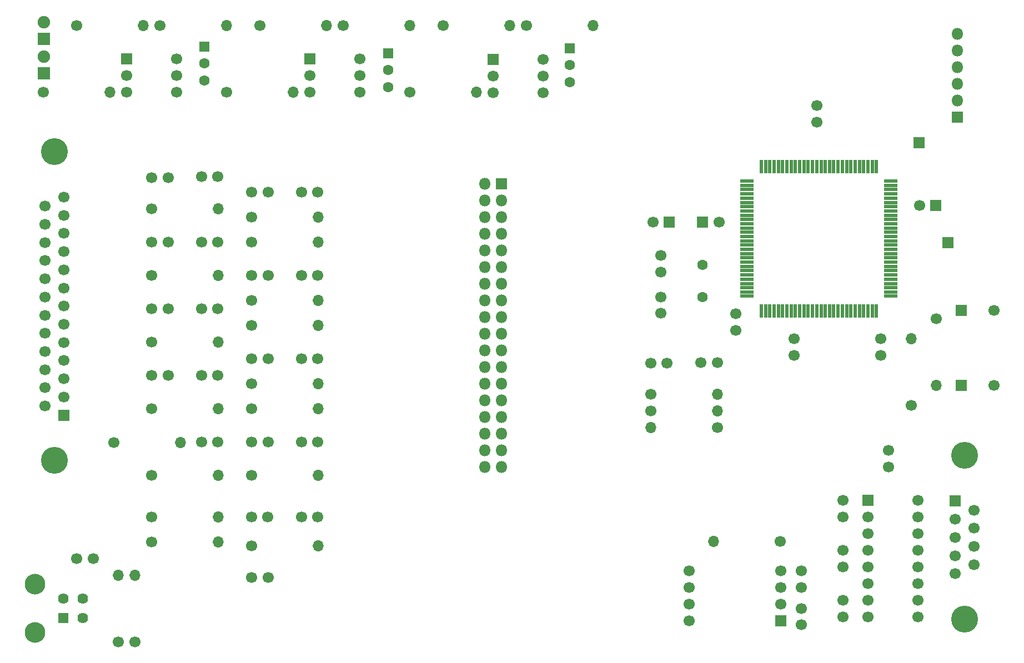
<source format=gbr>
%TF.GenerationSoftware,KiCad,Pcbnew,(5.1.6)-1*%
%TF.CreationDate,2021-08-21T14:57:10-07:00*%
%TF.ProjectId,BPEM488CW,4250454d-3438-4384-9357-2e6b69636164,rev?*%
%TF.SameCoordinates,Original*%
%TF.FileFunction,Soldermask,Top*%
%TF.FilePolarity,Negative*%
%FSLAX46Y46*%
G04 Gerber Fmt 4.6, Leading zero omitted, Abs format (unit mm)*
G04 Created by KiCad (PCBNEW (5.1.6)-1) date 2021-08-21 14:57:10*
%MOMM*%
%LPD*%
G01*
G04 APERTURE LIST*
%ADD10O,1.700000X1.700000*%
%ADD11C,1.700000*%
%ADD12C,1.900000*%
%ADD13R,1.900000X1.900000*%
%ADD14R,1.700000X1.700000*%
%ADD15O,1.800000X1.800000*%
%ADD16R,1.800000X1.800000*%
%ADD17R,2.132000X0.481000*%
%ADD18R,0.481000X2.132000*%
%ADD19R,1.600000X1.600000*%
%ADD20C,1.600000*%
%ADD21C,4.100000*%
%ADD22R,1.624000X1.624000*%
%ADD23C,1.624000*%
%ADD24C,3.148000*%
G04 APERTURE END LIST*
D10*
%TO.C,R229*%
X88239600Y-118211600D03*
D11*
X78079600Y-118211600D03*
%TD*%
D12*
%TO.C,D2*%
X67462400Y-54102000D03*
D13*
X67462400Y-56642000D03*
%TD*%
D12*
%TO.C,D1*%
X67411600Y-59385200D03*
D13*
X67411600Y-61925200D03*
%TD*%
D11*
%TO.C,U201*%
X165836600Y-145389600D03*
X165836600Y-142849600D03*
X165836600Y-140309600D03*
X165836600Y-137769600D03*
X179806600Y-137769600D03*
X179806600Y-140309600D03*
X179806600Y-142849600D03*
D14*
X179806600Y-145389600D03*
%TD*%
D15*
%TO.C,U2*%
X206705200Y-55905400D03*
X206705200Y-58445400D03*
X206705200Y-60985400D03*
X206705200Y-63525400D03*
X206705200Y-66065400D03*
D16*
X206705200Y-68605400D03*
%TD*%
%TO.C,TP2*%
X205232000Y-87782400D03*
%TD*%
%TO.C,TP1*%
X200837800Y-72517000D03*
%TD*%
D17*
%TO.C,U1*%
X196583300Y-78371700D03*
X196583300Y-79019400D03*
X196583300Y-79667100D03*
X196583300Y-80314800D03*
X196583300Y-80962500D03*
X196583300Y-81622900D03*
X196583300Y-82270600D03*
X196583300Y-82918300D03*
X196583300Y-83566000D03*
X196583300Y-84213700D03*
X196583300Y-84874100D03*
X196583300Y-85521800D03*
X196583300Y-86169500D03*
X196583300Y-86817200D03*
X196583300Y-87477600D03*
X196583300Y-88125300D03*
X196583300Y-88773000D03*
X196583300Y-89420700D03*
X196583300Y-90081100D03*
X196583300Y-90728800D03*
X196583300Y-91376500D03*
X196583300Y-92024200D03*
X196583300Y-92671900D03*
X196583300Y-93332300D03*
X196583300Y-93980000D03*
X196583300Y-94627700D03*
X196583300Y-95275400D03*
X196583300Y-95923100D03*
D18*
X194373500Y-98132900D03*
X193725800Y-98132900D03*
X193078100Y-98132900D03*
X192430400Y-98132900D03*
X191782700Y-98132900D03*
X191122300Y-98132900D03*
X190474600Y-98132900D03*
X189826900Y-98132900D03*
X189179200Y-98132900D03*
X188531500Y-98132900D03*
X187871100Y-98132900D03*
X187223400Y-98132900D03*
X186575700Y-98132900D03*
X185928000Y-98132900D03*
X185267600Y-98132900D03*
X184619900Y-98132900D03*
X183972200Y-98132900D03*
X183324500Y-98132900D03*
X182664100Y-98132900D03*
X182016400Y-98132900D03*
X181368700Y-98132900D03*
X180721000Y-98132900D03*
X180073300Y-98132900D03*
X179412900Y-98132900D03*
X178765200Y-98132900D03*
X178117500Y-98132900D03*
X177469800Y-98132900D03*
X176822100Y-98132900D03*
D17*
X174612300Y-95923100D03*
X174612300Y-95275400D03*
X174612300Y-94627700D03*
X174612300Y-93980000D03*
X174612300Y-93332300D03*
X174612300Y-92671900D03*
X174612300Y-92024200D03*
X174612300Y-91376500D03*
X174612300Y-90728800D03*
X174612300Y-90081100D03*
X174612300Y-89420700D03*
X174612300Y-88773000D03*
X174612300Y-88125300D03*
X174612300Y-87477600D03*
X174612300Y-86817200D03*
X174612300Y-86169500D03*
X174612300Y-85521800D03*
X174612300Y-84874100D03*
X174612300Y-84213700D03*
X174612300Y-83566000D03*
X174612300Y-82918300D03*
X174612300Y-82270600D03*
X174612300Y-81622900D03*
X174612300Y-80962500D03*
X174612300Y-80314800D03*
X174612300Y-79667100D03*
X174612300Y-79019400D03*
X174612300Y-78371700D03*
D18*
X176822100Y-76161900D03*
X177469800Y-76161900D03*
X178117500Y-76161900D03*
X178765200Y-76161900D03*
X179412900Y-76161900D03*
X180073300Y-76161900D03*
X180721000Y-76161900D03*
X181368700Y-76161900D03*
X182016400Y-76161900D03*
X182664100Y-76161900D03*
X183324500Y-76161900D03*
X183972200Y-76161900D03*
X184619900Y-76161900D03*
X185267600Y-76161900D03*
X185928000Y-76161900D03*
X186575700Y-76161900D03*
X187223400Y-76161900D03*
X187871100Y-76161900D03*
X188531500Y-76161900D03*
X189179200Y-76161900D03*
X189826900Y-76161900D03*
X190474600Y-76161900D03*
X191122300Y-76161900D03*
X191782700Y-76161900D03*
X192430400Y-76161900D03*
X193078100Y-76161900D03*
X193725800Y-76161900D03*
X194373500Y-76161900D03*
%TD*%
D19*
%TO.C,Q203*%
X91871800Y-57835800D03*
D20*
X91871800Y-63035800D03*
X91871800Y-60435800D03*
%TD*%
D19*
%TO.C,Q202*%
X119888000Y-58851800D03*
D20*
X119888000Y-64051800D03*
X119888000Y-61451800D03*
%TD*%
D19*
%TO.C,Q201*%
X147574000Y-58089800D03*
D20*
X147574000Y-63289800D03*
X147574000Y-60689800D03*
%TD*%
D11*
%TO.C,R226*%
X95250000Y-64770000D03*
D10*
X105410000Y-64770000D03*
%TD*%
D21*
%TO.C,J202*%
X69065000Y-120976000D03*
X69065000Y-73876000D03*
D11*
X67645000Y-82191000D03*
X67645000Y-84961000D03*
X67645000Y-87731000D03*
X67645000Y-90501000D03*
X67645000Y-93271000D03*
X67645000Y-96041000D03*
X67645000Y-98811000D03*
X67645000Y-101581000D03*
X67645000Y-104351000D03*
X67645000Y-107121000D03*
X67645000Y-109891000D03*
X67645000Y-112661000D03*
X70485000Y-80806000D03*
X70485000Y-83576000D03*
X70485000Y-86346000D03*
X70485000Y-89116000D03*
X70485000Y-91886000D03*
X70485000Y-94656000D03*
X70485000Y-97426000D03*
X70485000Y-100196000D03*
X70485000Y-102966000D03*
X70485000Y-105736000D03*
X70485000Y-108506000D03*
X70485000Y-111276000D03*
D14*
X70485000Y-114046000D03*
%TD*%
D21*
%TO.C,J201*%
X207795000Y-120200000D03*
X207795000Y-145200000D03*
D11*
X209215000Y-136855000D03*
X209215000Y-134085000D03*
X209215000Y-131315000D03*
X209215000Y-128545000D03*
X206375000Y-138240000D03*
X206375000Y-135470000D03*
X206375000Y-132700000D03*
X206375000Y-129930000D03*
D14*
X206375000Y-127160000D03*
%TD*%
D10*
%TO.C,R211*%
X109220000Y-133985000D03*
D11*
X99060000Y-133985000D03*
%TD*%
%TO.C,C232*%
X196215000Y-121920000D03*
X196215000Y-119420000D03*
%TD*%
%TO.C,C231*%
X189230000Y-134660000D03*
X189230000Y-137160000D03*
%TD*%
%TO.C,U205*%
X200660000Y-144780000D03*
X193040000Y-144780000D03*
X200660000Y-127000000D03*
X200660000Y-129540000D03*
X200660000Y-132080000D03*
X200660000Y-134620000D03*
X200660000Y-137160000D03*
X200660000Y-139700000D03*
X200660000Y-142240000D03*
X193040000Y-142240000D03*
X193040000Y-139700000D03*
X193040000Y-137160000D03*
X193040000Y-134620000D03*
X193040000Y-132080000D03*
X193040000Y-129540000D03*
D14*
X193040000Y-127000000D03*
%TD*%
D11*
%TO.C,C303*%
X185320000Y-69368000D03*
X185320000Y-66868000D03*
%TD*%
%TO.C,C307*%
X170355000Y-84613000D03*
D14*
X167855000Y-84613000D03*
%TD*%
D20*
%TO.C,Y301*%
X167855000Y-91163000D03*
X167855000Y-96043000D03*
%TD*%
D11*
%TO.C,U204*%
X87630000Y-59690000D03*
X87630000Y-62230000D03*
X87630000Y-64770000D03*
X80010000Y-64770000D03*
X80010000Y-62230000D03*
D14*
X80010000Y-59690000D03*
%TD*%
D11*
%TO.C,U203*%
X115570000Y-59690000D03*
X115570000Y-62230000D03*
X115570000Y-64770000D03*
X107950000Y-64770000D03*
X107950000Y-62230000D03*
D14*
X107950000Y-59690000D03*
%TD*%
D11*
%TO.C,U202*%
X143510000Y-59817000D03*
X143510000Y-62357000D03*
X143510000Y-64897000D03*
X135890000Y-64897000D03*
X135890000Y-62357000D03*
D14*
X135890000Y-59817000D03*
%TD*%
D10*
%TO.C,R304*%
X199715000Y-102393000D03*
D11*
X199715000Y-112553000D03*
%TD*%
D10*
%TO.C,R303*%
X203525000Y-109543000D03*
D11*
X203525000Y-99383000D03*
%TD*%
D10*
%TO.C,R302*%
X78740000Y-138430000D03*
D11*
X78740000Y-148590000D03*
%TD*%
D10*
%TO.C,R301*%
X81280000Y-138430000D03*
D11*
X81280000Y-148590000D03*
%TD*%
D10*
%TO.C,R225*%
X133350000Y-64770000D03*
D11*
X123190000Y-64770000D03*
%TD*%
D10*
%TO.C,R214*%
X160000000Y-115976000D03*
D11*
X170160000Y-115976000D03*
%TD*%
D10*
%TO.C,R204*%
X109220000Y-87630000D03*
D11*
X99060000Y-87630000D03*
%TD*%
D10*
%TO.C,R203*%
X170160000Y-110896000D03*
D11*
X160000000Y-110896000D03*
%TD*%
D10*
%TO.C,R202*%
X170160000Y-113436000D03*
D11*
X160000000Y-113436000D03*
%TD*%
D10*
%TO.C,R201*%
X169545000Y-133324600D03*
D11*
X179705000Y-133324600D03*
%TD*%
D15*
%TO.C,J302*%
X134620000Y-121920000D03*
X137160000Y-121920000D03*
X134620000Y-119380000D03*
X137160000Y-119380000D03*
X134620000Y-116840000D03*
X137160000Y-116840000D03*
X134620000Y-114300000D03*
X137160000Y-114300000D03*
X134620000Y-111760000D03*
X137160000Y-111760000D03*
X134620000Y-109220000D03*
X137160000Y-109220000D03*
X134620000Y-106680000D03*
X137160000Y-106680000D03*
X134620000Y-104140000D03*
X137160000Y-104140000D03*
X134620000Y-101600000D03*
X137160000Y-101600000D03*
X134620000Y-99060000D03*
X137160000Y-99060000D03*
X134620000Y-96520000D03*
X137160000Y-96520000D03*
X134620000Y-93980000D03*
X137160000Y-93980000D03*
X134620000Y-91440000D03*
X137160000Y-91440000D03*
X134620000Y-88900000D03*
X137160000Y-88900000D03*
X134620000Y-86360000D03*
X137160000Y-86360000D03*
X134620000Y-83820000D03*
X137160000Y-83820000D03*
X134620000Y-81280000D03*
X137160000Y-81280000D03*
X134620000Y-78740000D03*
D16*
X137160000Y-78740000D03*
%TD*%
D22*
%TO.C,J301*%
X70358000Y-145010000D03*
D23*
X70358000Y-142010000D03*
D24*
X66038000Y-147170000D03*
X66038000Y-139850000D03*
D23*
X73358000Y-145010000D03*
X73358000Y-142010000D03*
%TD*%
D11*
%TO.C,C312*%
X212335000Y-109543000D03*
D14*
X207335000Y-109543000D03*
%TD*%
D11*
%TO.C,C311*%
X212335000Y-98113000D03*
D14*
X207335000Y-98113000D03*
%TD*%
D11*
%TO.C,C310*%
X172935000Y-101118000D03*
X172935000Y-98618000D03*
%TD*%
%TO.C,C309*%
X160275000Y-84613000D03*
D14*
X162775000Y-84613000D03*
%TD*%
D11*
%TO.C,C308*%
X72430000Y-135890000D03*
X74930000Y-135890000D03*
%TD*%
%TO.C,C306*%
X200915000Y-82073000D03*
D14*
X203415000Y-82073000D03*
%TD*%
D11*
%TO.C,C305*%
X195005000Y-102433000D03*
X195005000Y-104933000D03*
%TD*%
%TO.C,C304*%
X181855000Y-102433000D03*
X181855000Y-104933000D03*
%TD*%
%TO.C,C302*%
X161505000Y-98543000D03*
X161505000Y-96043000D03*
%TD*%
%TO.C,C301*%
X161505000Y-89733000D03*
X161505000Y-92233000D03*
%TD*%
%TO.C,C218*%
X182880000Y-146010000D03*
X182880000Y-143510000D03*
%TD*%
%TO.C,C217*%
X182880000Y-137835000D03*
X182880000Y-140335000D03*
%TD*%
%TO.C,C212*%
X99100000Y-105410000D03*
X101600000Y-105410000D03*
%TD*%
%TO.C,C211*%
X99100000Y-92710000D03*
X101600000Y-92710000D03*
%TD*%
%TO.C,C210*%
X99100000Y-80010000D03*
X101600000Y-80010000D03*
%TD*%
%TO.C,C209*%
X159940000Y-106136000D03*
X162440000Y-106136000D03*
%TD*%
%TO.C,C204*%
X109180000Y-105410000D03*
X106680000Y-105410000D03*
%TD*%
%TO.C,C203*%
X109180000Y-92710000D03*
X106680000Y-92710000D03*
%TD*%
%TO.C,C202*%
X109180000Y-80010000D03*
X106680000Y-80010000D03*
%TD*%
%TO.C,C201*%
X170120000Y-106070000D03*
X167620000Y-106070000D03*
%TD*%
%TO.C,C205*%
X109180000Y-118110000D03*
X106680000Y-118110000D03*
%TD*%
%TO.C,C206*%
X106680000Y-129540000D03*
X109180000Y-129540000D03*
%TD*%
%TO.C,C207*%
X99120000Y-138800000D03*
X101620000Y-138800000D03*
%TD*%
%TO.C,C208*%
X91440000Y-77650000D03*
X93940000Y-77650000D03*
%TD*%
%TO.C,C213*%
X101600000Y-118110000D03*
X99100000Y-118110000D03*
%TD*%
%TO.C,C214*%
X99060000Y-129540000D03*
X101560000Y-129540000D03*
%TD*%
%TO.C,C216*%
X86360000Y-77880000D03*
X83860000Y-77880000D03*
%TD*%
%TO.C,C219*%
X93940000Y-87630000D03*
X91440000Y-87630000D03*
%TD*%
%TO.C,C220*%
X91440000Y-97790000D03*
X93940000Y-97790000D03*
%TD*%
%TO.C,C221*%
X93940000Y-107950000D03*
X91440000Y-107950000D03*
%TD*%
%TO.C,C222*%
X91440000Y-118110000D03*
X93940000Y-118110000D03*
%TD*%
%TO.C,C223*%
X83860000Y-87630000D03*
X86360000Y-87630000D03*
%TD*%
%TO.C,C224*%
X86360000Y-97790000D03*
X83860000Y-97790000D03*
%TD*%
%TO.C,C225*%
X83860000Y-107950000D03*
X86360000Y-107950000D03*
%TD*%
%TO.C,C230*%
X189230000Y-129540000D03*
X189230000Y-127040000D03*
%TD*%
%TO.C,C233*%
X189230000Y-142280000D03*
X189230000Y-144780000D03*
%TD*%
%TO.C,R205*%
X99060000Y-83820000D03*
D10*
X109220000Y-83820000D03*
%TD*%
%TO.C,R206*%
X109220000Y-100330000D03*
D11*
X99060000Y-100330000D03*
%TD*%
D10*
%TO.C,R207*%
X109220000Y-96520000D03*
D11*
X99060000Y-96520000D03*
%TD*%
D10*
%TO.C,R208*%
X109220000Y-113030000D03*
D11*
X99060000Y-113030000D03*
%TD*%
%TO.C,R209*%
X99060000Y-109220000D03*
D10*
X109220000Y-109220000D03*
%TD*%
D11*
%TO.C,R210*%
X99060000Y-123190000D03*
D10*
X109220000Y-123190000D03*
%TD*%
D11*
%TO.C,R212*%
X83820000Y-133350000D03*
D10*
X93980000Y-133350000D03*
%TD*%
%TO.C,R213*%
X93980000Y-82550000D03*
D11*
X83820000Y-82550000D03*
%TD*%
D10*
%TO.C,R215*%
X93980000Y-92710000D03*
D11*
X83820000Y-92710000D03*
%TD*%
%TO.C,R216*%
X83820000Y-102870000D03*
D10*
X93980000Y-102870000D03*
%TD*%
%TO.C,R217*%
X93980000Y-113030000D03*
D11*
X83820000Y-113030000D03*
%TD*%
%TO.C,R218*%
X83820000Y-123190000D03*
D10*
X93980000Y-123190000D03*
%TD*%
D11*
%TO.C,R219*%
X140970000Y-54610000D03*
D10*
X151130000Y-54610000D03*
%TD*%
%TO.C,R220*%
X123190000Y-54610000D03*
D11*
X113030000Y-54610000D03*
%TD*%
%TO.C,R221*%
X85090000Y-54610000D03*
D10*
X95250000Y-54610000D03*
%TD*%
%TO.C,R222*%
X138430000Y-54610000D03*
D11*
X128270000Y-54610000D03*
%TD*%
%TO.C,R223*%
X100330000Y-54610000D03*
D10*
X110490000Y-54610000D03*
%TD*%
%TO.C,R224*%
X82550000Y-54610000D03*
D11*
X72390000Y-54610000D03*
%TD*%
D10*
%TO.C,R227*%
X77470000Y-64770000D03*
D11*
X67310000Y-64770000D03*
%TD*%
%TO.C,R228*%
X83820000Y-129540000D03*
D10*
X93980000Y-129540000D03*
%TD*%
M02*

</source>
